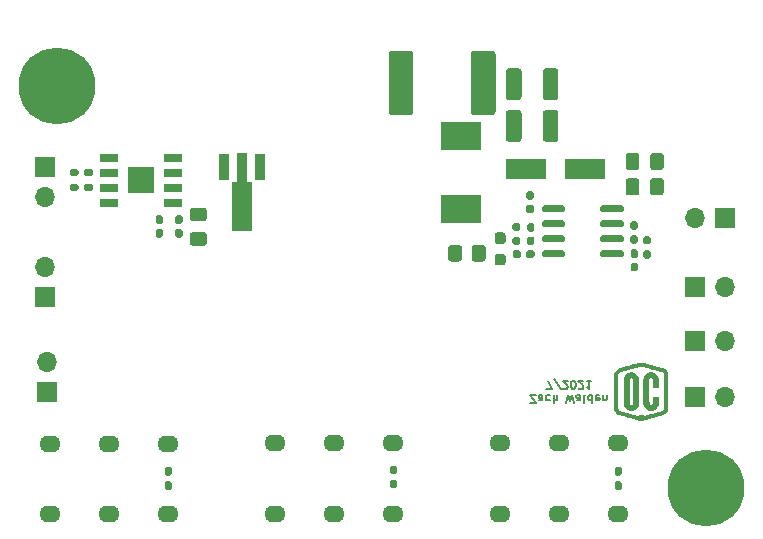
<source format=gbr>
%TF.GenerationSoftware,KiCad,Pcbnew,(5.1.7)-1*%
%TF.CreationDate,2021-07-14T13:30:58-05:00*%
%TF.ProjectId,PwmRgbLaserDriver Rev. B,50776d52-6762-44c6-9173-657244726976,rev?*%
%TF.SameCoordinates,Original*%
%TF.FileFunction,Soldermask,Bot*%
%TF.FilePolarity,Negative*%
%FSLAX46Y46*%
G04 Gerber Fmt 4.6, Leading zero omitted, Abs format (unit mm)*
G04 Created by KiCad (PCBNEW (5.1.7)-1) date 2021-07-14 13:30:58*
%MOMM*%
%LPD*%
G01*
G04 APERTURE LIST*
%ADD10C,0.150000*%
%ADD11C,0.010000*%
%ADD12O,1.700000X1.700000*%
%ADD13R,1.700000X1.700000*%
%ADD14O,1.800000X1.400000*%
%ADD15R,0.900000X2.300000*%
%ADD16C,0.100000*%
%ADD17R,3.400000X2.400000*%
%ADD18R,2.290000X2.290000*%
%ADD19R,1.525000X0.650000*%
%ADD20C,6.500000*%
%ADD21C,0.600000*%
%ADD22R,3.500000X1.800000*%
G04 APERTURE END LIST*
D10*
X250987333Y-50005333D02*
X251454000Y-50005333D01*
X250987333Y-49305333D01*
X251454000Y-49305333D01*
X252020666Y-49305333D02*
X252020666Y-49672000D01*
X251987333Y-49738666D01*
X251920666Y-49772000D01*
X251787333Y-49772000D01*
X251720666Y-49738666D01*
X252020666Y-49338666D02*
X251954000Y-49305333D01*
X251787333Y-49305333D01*
X251720666Y-49338666D01*
X251687333Y-49405333D01*
X251687333Y-49472000D01*
X251720666Y-49538666D01*
X251787333Y-49572000D01*
X251954000Y-49572000D01*
X252020666Y-49605333D01*
X252654000Y-49338666D02*
X252587333Y-49305333D01*
X252454000Y-49305333D01*
X252387333Y-49338666D01*
X252354000Y-49372000D01*
X252320666Y-49438666D01*
X252320666Y-49638666D01*
X252354000Y-49705333D01*
X252387333Y-49738666D01*
X252454000Y-49772000D01*
X252587333Y-49772000D01*
X252654000Y-49738666D01*
X252954000Y-49305333D02*
X252954000Y-50005333D01*
X253254000Y-49305333D02*
X253254000Y-49672000D01*
X253220666Y-49738666D01*
X253154000Y-49772000D01*
X253054000Y-49772000D01*
X252987333Y-49738666D01*
X252954000Y-49705333D01*
X254054000Y-50005333D02*
X254220666Y-49305333D01*
X254354000Y-49805333D01*
X254487333Y-49305333D01*
X254654000Y-50005333D01*
X255220666Y-49305333D02*
X255220666Y-49672000D01*
X255187333Y-49738666D01*
X255120666Y-49772000D01*
X254987333Y-49772000D01*
X254920666Y-49738666D01*
X255220666Y-49338666D02*
X255154000Y-49305333D01*
X254987333Y-49305333D01*
X254920666Y-49338666D01*
X254887333Y-49405333D01*
X254887333Y-49472000D01*
X254920666Y-49538666D01*
X254987333Y-49572000D01*
X255154000Y-49572000D01*
X255220666Y-49605333D01*
X255654000Y-49305333D02*
X255587333Y-49338666D01*
X255554000Y-49405333D01*
X255554000Y-50005333D01*
X256220666Y-49305333D02*
X256220666Y-50005333D01*
X256220666Y-49338666D02*
X256154000Y-49305333D01*
X256020666Y-49305333D01*
X255954000Y-49338666D01*
X255920666Y-49372000D01*
X255887333Y-49438666D01*
X255887333Y-49638666D01*
X255920666Y-49705333D01*
X255954000Y-49738666D01*
X256020666Y-49772000D01*
X256154000Y-49772000D01*
X256220666Y-49738666D01*
X256820666Y-49338666D02*
X256754000Y-49305333D01*
X256620666Y-49305333D01*
X256554000Y-49338666D01*
X256520666Y-49405333D01*
X256520666Y-49672000D01*
X256554000Y-49738666D01*
X256620666Y-49772000D01*
X256754000Y-49772000D01*
X256820666Y-49738666D01*
X256854000Y-49672000D01*
X256854000Y-49605333D01*
X256520666Y-49538666D01*
X257154000Y-49772000D02*
X257154000Y-49305333D01*
X257154000Y-49705333D02*
X257187333Y-49738666D01*
X257254000Y-49772000D01*
X257354000Y-49772000D01*
X257420666Y-49738666D01*
X257454000Y-49672000D01*
X257454000Y-49305333D01*
X252320666Y-48805333D02*
X252787333Y-48805333D01*
X252487333Y-48105333D01*
X253554000Y-48838666D02*
X252954000Y-47938666D01*
X253754000Y-48738666D02*
X253787333Y-48772000D01*
X253854000Y-48805333D01*
X254020666Y-48805333D01*
X254087333Y-48772000D01*
X254120666Y-48738666D01*
X254154000Y-48672000D01*
X254154000Y-48605333D01*
X254120666Y-48505333D01*
X253720666Y-48105333D01*
X254154000Y-48105333D01*
X254587333Y-48805333D02*
X254654000Y-48805333D01*
X254720666Y-48772000D01*
X254754000Y-48738666D01*
X254787333Y-48672000D01*
X254820666Y-48538666D01*
X254820666Y-48372000D01*
X254787333Y-48238666D01*
X254754000Y-48172000D01*
X254720666Y-48138666D01*
X254654000Y-48105333D01*
X254587333Y-48105333D01*
X254520666Y-48138666D01*
X254487333Y-48172000D01*
X254454000Y-48238666D01*
X254420666Y-48372000D01*
X254420666Y-48538666D01*
X254454000Y-48672000D01*
X254487333Y-48738666D01*
X254520666Y-48772000D01*
X254587333Y-48805333D01*
X255087333Y-48738666D02*
X255120666Y-48772000D01*
X255187333Y-48805333D01*
X255354000Y-48805333D01*
X255420666Y-48772000D01*
X255454000Y-48738666D01*
X255487333Y-48672000D01*
X255487333Y-48605333D01*
X255454000Y-48505333D01*
X255054000Y-48105333D01*
X255487333Y-48105333D01*
X256154000Y-48105333D02*
X255754000Y-48105333D01*
X255954000Y-48105333D02*
X255954000Y-48805333D01*
X255887333Y-48705333D01*
X255820666Y-48638666D01*
X255754000Y-48605333D01*
D11*
%TO.C,G\u002A\u002A\u002A*%
G36*
X260355053Y-51459425D02*
G01*
X260391594Y-51449451D01*
X260447919Y-51433531D01*
X260522048Y-51412240D01*
X260612003Y-51386153D01*
X260715803Y-51355845D01*
X260831471Y-51321893D01*
X260957025Y-51284871D01*
X261090488Y-51245354D01*
X261172806Y-51220904D01*
X261312747Y-51179471D01*
X261448055Y-51139758D01*
X261576481Y-51102405D01*
X261695774Y-51068048D01*
X261803685Y-51037328D01*
X261897963Y-51010881D01*
X261976359Y-50989348D01*
X262036623Y-50973365D01*
X262076505Y-50963572D01*
X262087890Y-50961232D01*
X262207174Y-50928828D01*
X262316435Y-50876120D01*
X262412673Y-50805289D01*
X262492890Y-50718515D01*
X262550921Y-50624531D01*
X262586439Y-50552195D01*
X262594238Y-50038000D01*
X262596190Y-49896007D01*
X262597908Y-49744247D01*
X262599393Y-49584631D01*
X262600647Y-49419072D01*
X262601671Y-49249480D01*
X262602465Y-49077767D01*
X262603033Y-48905844D01*
X262603374Y-48735624D01*
X262603491Y-48569018D01*
X262603385Y-48407938D01*
X262603056Y-48254294D01*
X262602507Y-48110000D01*
X262601739Y-47976965D01*
X262600753Y-47857102D01*
X262599551Y-47752323D01*
X262598133Y-47664539D01*
X262596502Y-47595662D01*
X262594658Y-47547602D01*
X262592603Y-47522273D01*
X262592446Y-47521374D01*
X262562195Y-47417271D01*
X262513599Y-47319764D01*
X262449694Y-47231673D01*
X262373522Y-47155815D01*
X262288119Y-47095009D01*
X262196525Y-47052073D01*
X262101778Y-47029826D01*
X262059776Y-47027318D01*
X262040660Y-47023944D01*
X261999823Y-47014250D01*
X261939349Y-46998801D01*
X261861321Y-46978164D01*
X261767825Y-46952902D01*
X261660942Y-46923582D01*
X261542759Y-46890768D01*
X261415357Y-46855027D01*
X261280822Y-46816923D01*
X261214293Y-46797951D01*
X261053253Y-46752000D01*
X260914182Y-46712509D01*
X260795260Y-46679008D01*
X260694665Y-46651029D01*
X260610575Y-46628101D01*
X260541168Y-46609755D01*
X260484623Y-46595521D01*
X260439119Y-46584930D01*
X260402832Y-46577513D01*
X260373943Y-46572798D01*
X260350628Y-46570318D01*
X260331067Y-46569603D01*
X260328469Y-46569618D01*
X260307910Y-46570738D01*
X260282200Y-46574019D01*
X260249530Y-46579932D01*
X260208093Y-46588945D01*
X260156082Y-46601531D01*
X260091688Y-46618158D01*
X260013104Y-46639298D01*
X259918523Y-46665419D01*
X259806136Y-46696993D01*
X259674136Y-46734490D01*
X259520716Y-46778380D01*
X259470293Y-46792849D01*
X259333772Y-46831832D01*
X259202051Y-46869030D01*
X259077434Y-46903819D01*
X258962222Y-46935576D01*
X258858719Y-46963677D01*
X258769225Y-46987498D01*
X258696044Y-47006415D01*
X258641477Y-47019806D01*
X258607828Y-47027045D01*
X258602976Y-47027818D01*
X258487369Y-47055545D01*
X258382132Y-47105174D01*
X258289055Y-47175359D01*
X258209927Y-47264755D01*
X258147288Y-47370443D01*
X258101171Y-47467024D01*
X258101171Y-50477853D01*
X258361366Y-50477853D01*
X258361366Y-47566146D01*
X258390514Y-47493887D01*
X258432510Y-47414133D01*
X258485925Y-47351980D01*
X258548216Y-47309531D01*
X258616840Y-47288894D01*
X258640147Y-47287234D01*
X258659198Y-47283746D01*
X258699974Y-47273895D01*
X258760405Y-47258248D01*
X258838424Y-47237371D01*
X258931963Y-47211832D01*
X259038954Y-47182198D01*
X259157329Y-47149036D01*
X259285019Y-47112913D01*
X259419958Y-47074396D01*
X259495073Y-47052811D01*
X259632362Y-47013338D01*
X259762953Y-46975924D01*
X259884849Y-46941132D01*
X259996053Y-46909525D01*
X260094570Y-46881669D01*
X260178401Y-46858126D01*
X260245550Y-46839460D01*
X260294020Y-46826235D01*
X260321815Y-46819014D01*
X260327630Y-46817801D01*
X260342893Y-46820959D01*
X260379892Y-46830495D01*
X260436579Y-46845835D01*
X260510905Y-46866402D01*
X260600822Y-46891621D01*
X260704282Y-46920917D01*
X260819236Y-46953714D01*
X260943636Y-46989436D01*
X261075433Y-47027508D01*
X261120606Y-47040607D01*
X261257478Y-47080121D01*
X261390033Y-47117980D01*
X261515902Y-47153532D01*
X261632716Y-47186127D01*
X261738107Y-47215115D01*
X261829706Y-47239846D01*
X261905146Y-47259670D01*
X261962057Y-47273936D01*
X261998071Y-47281993D01*
X262002837Y-47282849D01*
X262056770Y-47293059D01*
X262104998Y-47304531D01*
X262139542Y-47315287D01*
X262147108Y-47318611D01*
X262195349Y-47352535D01*
X262242264Y-47400556D01*
X262278793Y-47453227D01*
X262281923Y-47459163D01*
X262290524Y-47476351D01*
X262298209Y-47493114D01*
X262305028Y-47510876D01*
X262311034Y-47531061D01*
X262316278Y-47555094D01*
X262320812Y-47584398D01*
X262324687Y-47620397D01*
X262327956Y-47664516D01*
X262330669Y-47718179D01*
X262332878Y-47782810D01*
X262334636Y-47859833D01*
X262335994Y-47950672D01*
X262337003Y-48056752D01*
X262337716Y-48179495D01*
X262338183Y-48320327D01*
X262338457Y-48480672D01*
X262338589Y-48661953D01*
X262338631Y-48865595D01*
X262338634Y-49022000D01*
X262338657Y-49241965D01*
X262338671Y-49438562D01*
X262338601Y-49613203D01*
X262338367Y-49767298D01*
X262337892Y-49902261D01*
X262337098Y-50019503D01*
X262335907Y-50120435D01*
X262334242Y-50206470D01*
X262332024Y-50279020D01*
X262329176Y-50339495D01*
X262325619Y-50389309D01*
X262321277Y-50429874D01*
X262316071Y-50462600D01*
X262309923Y-50488900D01*
X262302756Y-50510185D01*
X262294491Y-50527868D01*
X262285051Y-50543361D01*
X262274357Y-50558074D01*
X262262333Y-50573421D01*
X262252385Y-50586209D01*
X262197351Y-50640203D01*
X262126583Y-50682675D01*
X262048095Y-50709182D01*
X262022683Y-50713564D01*
X262000741Y-50718258D01*
X261957300Y-50729206D01*
X261894669Y-50745773D01*
X261815152Y-50767327D01*
X261721056Y-50793232D01*
X261614688Y-50822855D01*
X261498354Y-50855560D01*
X261374360Y-50890715D01*
X261267987Y-50921096D01*
X261121368Y-50963076D01*
X260996734Y-50998641D01*
X260892258Y-51028242D01*
X260806116Y-51052331D01*
X260736482Y-51071358D01*
X260681531Y-51085776D01*
X260639436Y-51096036D01*
X260608373Y-51102590D01*
X260586516Y-51105888D01*
X260572038Y-51106382D01*
X260563116Y-51104525D01*
X260557923Y-51100766D01*
X260555548Y-51097280D01*
X260510707Y-51039184D01*
X260454004Y-50998612D01*
X260389975Y-50975846D01*
X260323160Y-50971170D01*
X260258097Y-50984863D01*
X260199322Y-51017210D01*
X260151375Y-51068491D01*
X260149047Y-51072014D01*
X260128257Y-51099226D01*
X260110414Y-51114562D01*
X260106259Y-51115798D01*
X260092003Y-51112565D01*
X260056026Y-51103201D01*
X260000456Y-51088289D01*
X259927424Y-51068415D01*
X259839060Y-51044163D01*
X259737496Y-51016117D01*
X259624861Y-50984862D01*
X259503286Y-50950983D01*
X259384331Y-50917707D01*
X259255690Y-50881812D01*
X259133455Y-50848006D01*
X259019835Y-50816879D01*
X258917034Y-50789021D01*
X258827260Y-50765022D01*
X258752718Y-50745473D01*
X258695615Y-50730963D01*
X258658157Y-50722084D01*
X258643049Y-50719394D01*
X258566963Y-50707360D01*
X258497648Y-50673198D01*
X258438580Y-50619343D01*
X258393236Y-50548229D01*
X258390725Y-50542799D01*
X258361366Y-50477853D01*
X258101171Y-50477853D01*
X258101171Y-50541092D01*
X258149803Y-50639570D01*
X258209613Y-50737963D01*
X258283317Y-50821725D01*
X258367737Y-50888434D01*
X258459694Y-50935669D01*
X258556012Y-50961007D01*
X258574350Y-50963128D01*
X258598161Y-50967701D01*
X258643603Y-50978770D01*
X258708559Y-50995745D01*
X258790915Y-51018037D01*
X258888555Y-51045059D01*
X258999363Y-51076220D01*
X259121224Y-51110932D01*
X259252022Y-51148606D01*
X259389641Y-51188653D01*
X259483899Y-51216310D01*
X259623206Y-51257243D01*
X259755790Y-51296053D01*
X259879701Y-51332176D01*
X259992986Y-51365051D01*
X260093694Y-51394115D01*
X260179873Y-51418808D01*
X260249572Y-51438567D01*
X260300838Y-51452830D01*
X260331721Y-51461036D01*
X260340275Y-51462878D01*
X260355053Y-51459425D01*
G37*
X260355053Y-51459425D02*
X260391594Y-51449451D01*
X260447919Y-51433531D01*
X260522048Y-51412240D01*
X260612003Y-51386153D01*
X260715803Y-51355845D01*
X260831471Y-51321893D01*
X260957025Y-51284871D01*
X261090488Y-51245354D01*
X261172806Y-51220904D01*
X261312747Y-51179471D01*
X261448055Y-51139758D01*
X261576481Y-51102405D01*
X261695774Y-51068048D01*
X261803685Y-51037328D01*
X261897963Y-51010881D01*
X261976359Y-50989348D01*
X262036623Y-50973365D01*
X262076505Y-50963572D01*
X262087890Y-50961232D01*
X262207174Y-50928828D01*
X262316435Y-50876120D01*
X262412673Y-50805289D01*
X262492890Y-50718515D01*
X262550921Y-50624531D01*
X262586439Y-50552195D01*
X262594238Y-50038000D01*
X262596190Y-49896007D01*
X262597908Y-49744247D01*
X262599393Y-49584631D01*
X262600647Y-49419072D01*
X262601671Y-49249480D01*
X262602465Y-49077767D01*
X262603033Y-48905844D01*
X262603374Y-48735624D01*
X262603491Y-48569018D01*
X262603385Y-48407938D01*
X262603056Y-48254294D01*
X262602507Y-48110000D01*
X262601739Y-47976965D01*
X262600753Y-47857102D01*
X262599551Y-47752323D01*
X262598133Y-47664539D01*
X262596502Y-47595662D01*
X262594658Y-47547602D01*
X262592603Y-47522273D01*
X262592446Y-47521374D01*
X262562195Y-47417271D01*
X262513599Y-47319764D01*
X262449694Y-47231673D01*
X262373522Y-47155815D01*
X262288119Y-47095009D01*
X262196525Y-47052073D01*
X262101778Y-47029826D01*
X262059776Y-47027318D01*
X262040660Y-47023944D01*
X261999823Y-47014250D01*
X261939349Y-46998801D01*
X261861321Y-46978164D01*
X261767825Y-46952902D01*
X261660942Y-46923582D01*
X261542759Y-46890768D01*
X261415357Y-46855027D01*
X261280822Y-46816923D01*
X261214293Y-46797951D01*
X261053253Y-46752000D01*
X260914182Y-46712509D01*
X260795260Y-46679008D01*
X260694665Y-46651029D01*
X260610575Y-46628101D01*
X260541168Y-46609755D01*
X260484623Y-46595521D01*
X260439119Y-46584930D01*
X260402832Y-46577513D01*
X260373943Y-46572798D01*
X260350628Y-46570318D01*
X260331067Y-46569603D01*
X260328469Y-46569618D01*
X260307910Y-46570738D01*
X260282200Y-46574019D01*
X260249530Y-46579932D01*
X260208093Y-46588945D01*
X260156082Y-46601531D01*
X260091688Y-46618158D01*
X260013104Y-46639298D01*
X259918523Y-46665419D01*
X259806136Y-46696993D01*
X259674136Y-46734490D01*
X259520716Y-46778380D01*
X259470293Y-46792849D01*
X259333772Y-46831832D01*
X259202051Y-46869030D01*
X259077434Y-46903819D01*
X258962222Y-46935576D01*
X258858719Y-46963677D01*
X258769225Y-46987498D01*
X258696044Y-47006415D01*
X258641477Y-47019806D01*
X258607828Y-47027045D01*
X258602976Y-47027818D01*
X258487369Y-47055545D01*
X258382132Y-47105174D01*
X258289055Y-47175359D01*
X258209927Y-47264755D01*
X258147288Y-47370443D01*
X258101171Y-47467024D01*
X258101171Y-50477853D01*
X258361366Y-50477853D01*
X258361366Y-47566146D01*
X258390514Y-47493887D01*
X258432510Y-47414133D01*
X258485925Y-47351980D01*
X258548216Y-47309531D01*
X258616840Y-47288894D01*
X258640147Y-47287234D01*
X258659198Y-47283746D01*
X258699974Y-47273895D01*
X258760405Y-47258248D01*
X258838424Y-47237371D01*
X258931963Y-47211832D01*
X259038954Y-47182198D01*
X259157329Y-47149036D01*
X259285019Y-47112913D01*
X259419958Y-47074396D01*
X259495073Y-47052811D01*
X259632362Y-47013338D01*
X259762953Y-46975924D01*
X259884849Y-46941132D01*
X259996053Y-46909525D01*
X260094570Y-46881669D01*
X260178401Y-46858126D01*
X260245550Y-46839460D01*
X260294020Y-46826235D01*
X260321815Y-46819014D01*
X260327630Y-46817801D01*
X260342893Y-46820959D01*
X260379892Y-46830495D01*
X260436579Y-46845835D01*
X260510905Y-46866402D01*
X260600822Y-46891621D01*
X260704282Y-46920917D01*
X260819236Y-46953714D01*
X260943636Y-46989436D01*
X261075433Y-47027508D01*
X261120606Y-47040607D01*
X261257478Y-47080121D01*
X261390033Y-47117980D01*
X261515902Y-47153532D01*
X261632716Y-47186127D01*
X261738107Y-47215115D01*
X261829706Y-47239846D01*
X261905146Y-47259670D01*
X261962057Y-47273936D01*
X261998071Y-47281993D01*
X262002837Y-47282849D01*
X262056770Y-47293059D01*
X262104998Y-47304531D01*
X262139542Y-47315287D01*
X262147108Y-47318611D01*
X262195349Y-47352535D01*
X262242264Y-47400556D01*
X262278793Y-47453227D01*
X262281923Y-47459163D01*
X262290524Y-47476351D01*
X262298209Y-47493114D01*
X262305028Y-47510876D01*
X262311034Y-47531061D01*
X262316278Y-47555094D01*
X262320812Y-47584398D01*
X262324687Y-47620397D01*
X262327956Y-47664516D01*
X262330669Y-47718179D01*
X262332878Y-47782810D01*
X262334636Y-47859833D01*
X262335994Y-47950672D01*
X262337003Y-48056752D01*
X262337716Y-48179495D01*
X262338183Y-48320327D01*
X262338457Y-48480672D01*
X262338589Y-48661953D01*
X262338631Y-48865595D01*
X262338634Y-49022000D01*
X262338657Y-49241965D01*
X262338671Y-49438562D01*
X262338601Y-49613203D01*
X262338367Y-49767298D01*
X262337892Y-49902261D01*
X262337098Y-50019503D01*
X262335907Y-50120435D01*
X262334242Y-50206470D01*
X262332024Y-50279020D01*
X262329176Y-50339495D01*
X262325619Y-50389309D01*
X262321277Y-50429874D01*
X262316071Y-50462600D01*
X262309923Y-50488900D01*
X262302756Y-50510185D01*
X262294491Y-50527868D01*
X262285051Y-50543361D01*
X262274357Y-50558074D01*
X262262333Y-50573421D01*
X262252385Y-50586209D01*
X262197351Y-50640203D01*
X262126583Y-50682675D01*
X262048095Y-50709182D01*
X262022683Y-50713564D01*
X262000741Y-50718258D01*
X261957300Y-50729206D01*
X261894669Y-50745773D01*
X261815152Y-50767327D01*
X261721056Y-50793232D01*
X261614688Y-50822855D01*
X261498354Y-50855560D01*
X261374360Y-50890715D01*
X261267987Y-50921096D01*
X261121368Y-50963076D01*
X260996734Y-50998641D01*
X260892258Y-51028242D01*
X260806116Y-51052331D01*
X260736482Y-51071358D01*
X260681531Y-51085776D01*
X260639436Y-51096036D01*
X260608373Y-51102590D01*
X260586516Y-51105888D01*
X260572038Y-51106382D01*
X260563116Y-51104525D01*
X260557923Y-51100766D01*
X260555548Y-51097280D01*
X260510707Y-51039184D01*
X260454004Y-50998612D01*
X260389975Y-50975846D01*
X260323160Y-50971170D01*
X260258097Y-50984863D01*
X260199322Y-51017210D01*
X260151375Y-51068491D01*
X260149047Y-51072014D01*
X260128257Y-51099226D01*
X260110414Y-51114562D01*
X260106259Y-51115798D01*
X260092003Y-51112565D01*
X260056026Y-51103201D01*
X260000456Y-51088289D01*
X259927424Y-51068415D01*
X259839060Y-51044163D01*
X259737496Y-51016117D01*
X259624861Y-50984862D01*
X259503286Y-50950983D01*
X259384331Y-50917707D01*
X259255690Y-50881812D01*
X259133455Y-50848006D01*
X259019835Y-50816879D01*
X258917034Y-50789021D01*
X258827260Y-50765022D01*
X258752718Y-50745473D01*
X258695615Y-50730963D01*
X258658157Y-50722084D01*
X258643049Y-50719394D01*
X258566963Y-50707360D01*
X258497648Y-50673198D01*
X258438580Y-50619343D01*
X258393236Y-50548229D01*
X258390725Y-50542799D01*
X258361366Y-50477853D01*
X258101171Y-50477853D01*
X258101171Y-50541092D01*
X258149803Y-50639570D01*
X258209613Y-50737963D01*
X258283317Y-50821725D01*
X258367737Y-50888434D01*
X258459694Y-50935669D01*
X258556012Y-50961007D01*
X258574350Y-50963128D01*
X258598161Y-50967701D01*
X258643603Y-50978770D01*
X258708559Y-50995745D01*
X258790915Y-51018037D01*
X258888555Y-51045059D01*
X258999363Y-51076220D01*
X259121224Y-51110932D01*
X259252022Y-51148606D01*
X259389641Y-51188653D01*
X259483899Y-51216310D01*
X259623206Y-51257243D01*
X259755790Y-51296053D01*
X259879701Y-51332176D01*
X259992986Y-51365051D01*
X260093694Y-51394115D01*
X260179873Y-51418808D01*
X260249572Y-51438567D01*
X260300838Y-51452830D01*
X260331721Y-51461036D01*
X260340275Y-51462878D01*
X260355053Y-51459425D01*
G36*
X259586362Y-50600537D02*
G01*
X259705909Y-50575015D01*
X259802242Y-50536702D01*
X259887895Y-50482518D01*
X259966153Y-50408921D01*
X260033344Y-50321001D01*
X260085791Y-50223844D01*
X260119821Y-50122540D01*
X260126620Y-50087561D01*
X260128895Y-50060384D01*
X260130949Y-50010978D01*
X260132781Y-49941638D01*
X260134392Y-49854659D01*
X260135782Y-49752337D01*
X260136951Y-49636969D01*
X260137898Y-49510849D01*
X260138623Y-49376274D01*
X260139126Y-49235539D01*
X260139408Y-49090939D01*
X260139467Y-48944772D01*
X260139305Y-48799332D01*
X260138920Y-48656915D01*
X260138313Y-48519817D01*
X260137484Y-48390334D01*
X260136432Y-48270761D01*
X260135157Y-48163395D01*
X260133660Y-48070530D01*
X260131940Y-47994463D01*
X260129997Y-47937489D01*
X260127831Y-47901904D01*
X260126719Y-47893135D01*
X260093113Y-47779006D01*
X260039227Y-47676270D01*
X259967620Y-47586714D01*
X259880856Y-47512125D01*
X259781495Y-47454287D01*
X259672098Y-47414988D01*
X259555227Y-47396014D01*
X259433444Y-47399151D01*
X259420732Y-47400800D01*
X259310779Y-47428245D01*
X259207401Y-47477303D01*
X259113876Y-47545026D01*
X259033483Y-47628465D01*
X258969502Y-47724675D01*
X258925211Y-47830706D01*
X258919335Y-47851555D01*
X258915933Y-47867287D01*
X258912952Y-47887739D01*
X258910367Y-47914510D01*
X258908149Y-47949200D01*
X258906274Y-47993408D01*
X258904713Y-48048733D01*
X258903440Y-48116774D01*
X258902428Y-48199132D01*
X258901651Y-48297406D01*
X258901082Y-48413194D01*
X258900694Y-48548097D01*
X258900461Y-48703713D01*
X258900398Y-48809917D01*
X259333987Y-48809917D01*
X259334006Y-48645174D01*
X259334149Y-48501991D01*
X259334507Y-48378758D01*
X259335168Y-48273862D01*
X259336226Y-48185696D01*
X259337768Y-48112646D01*
X259339887Y-48053105D01*
X259342672Y-48005460D01*
X259346215Y-47968101D01*
X259350605Y-47939419D01*
X259355934Y-47917802D01*
X259362291Y-47901640D01*
X259369767Y-47889323D01*
X259378453Y-47879241D01*
X259388439Y-47869782D01*
X259397878Y-47861159D01*
X259450306Y-47826844D01*
X259509148Y-47812160D01*
X259567919Y-47817682D01*
X259617138Y-47841687D01*
X259647722Y-47869237D01*
X259673966Y-47899259D01*
X259678451Y-47905626D01*
X259682378Y-47912997D01*
X259685783Y-47922964D01*
X259688705Y-47937123D01*
X259691179Y-47957067D01*
X259693244Y-47984392D01*
X259694936Y-48020690D01*
X259696292Y-48067557D01*
X259697350Y-48126586D01*
X259698147Y-48199372D01*
X259698719Y-48287509D01*
X259699104Y-48392591D01*
X259699338Y-48516213D01*
X259699460Y-48659968D01*
X259699506Y-48825451D01*
X259699512Y-48997219D01*
X259699505Y-49183955D01*
X259699458Y-49347505D01*
X259699333Y-49489465D01*
X259699094Y-49611430D01*
X259698701Y-49714995D01*
X259698118Y-49801755D01*
X259697308Y-49873306D01*
X259696231Y-49931241D01*
X259694852Y-49977157D01*
X259693132Y-50012649D01*
X259691033Y-50039311D01*
X259688518Y-50058739D01*
X259685549Y-50072528D01*
X259682089Y-50082273D01*
X259678100Y-50089568D01*
X259673593Y-50095945D01*
X259645354Y-50126825D01*
X259610217Y-50156532D01*
X259605446Y-50159909D01*
X259553113Y-50181955D01*
X259495872Y-50183622D01*
X259439763Y-50166762D01*
X259390824Y-50133228D01*
X259355097Y-50084872D01*
X259354113Y-50082835D01*
X259350516Y-50073403D01*
X259347370Y-50060194D01*
X259344645Y-50041610D01*
X259342312Y-50016053D01*
X259340341Y-49981922D01*
X259338702Y-49937621D01*
X259337366Y-49881549D01*
X259336303Y-49812110D01*
X259335483Y-49727704D01*
X259334878Y-49626732D01*
X259334456Y-49507597D01*
X259334189Y-49368699D01*
X259334048Y-49208441D01*
X259334001Y-49025222D01*
X259334000Y-48997829D01*
X259333987Y-48809917D01*
X258900398Y-48809917D01*
X258900355Y-48881643D01*
X258900342Y-48988084D01*
X258900349Y-49184292D01*
X258900439Y-49357362D01*
X258900714Y-49508934D01*
X258901279Y-49640651D01*
X258902236Y-49754154D01*
X258903689Y-49851085D01*
X258905739Y-49933085D01*
X258908492Y-50001796D01*
X258912048Y-50058861D01*
X258916513Y-50105919D01*
X258921989Y-50144614D01*
X258928578Y-50176586D01*
X258936384Y-50203478D01*
X258945511Y-50226931D01*
X258956061Y-50248586D01*
X258968138Y-50270086D01*
X258981844Y-50293072D01*
X258982365Y-50293941D01*
X259056957Y-50396043D01*
X259145335Y-50478738D01*
X259244982Y-50541280D01*
X259353381Y-50582924D01*
X259468013Y-50602925D01*
X259586362Y-50600537D01*
G37*
X259586362Y-50600537D02*
X259705909Y-50575015D01*
X259802242Y-50536702D01*
X259887895Y-50482518D01*
X259966153Y-50408921D01*
X260033344Y-50321001D01*
X260085791Y-50223844D01*
X260119821Y-50122540D01*
X260126620Y-50087561D01*
X260128895Y-50060384D01*
X260130949Y-50010978D01*
X260132781Y-49941638D01*
X260134392Y-49854659D01*
X260135782Y-49752337D01*
X260136951Y-49636969D01*
X260137898Y-49510849D01*
X260138623Y-49376274D01*
X260139126Y-49235539D01*
X260139408Y-49090939D01*
X260139467Y-48944772D01*
X260139305Y-48799332D01*
X260138920Y-48656915D01*
X260138313Y-48519817D01*
X260137484Y-48390334D01*
X260136432Y-48270761D01*
X260135157Y-48163395D01*
X260133660Y-48070530D01*
X260131940Y-47994463D01*
X260129997Y-47937489D01*
X260127831Y-47901904D01*
X260126719Y-47893135D01*
X260093113Y-47779006D01*
X260039227Y-47676270D01*
X259967620Y-47586714D01*
X259880856Y-47512125D01*
X259781495Y-47454287D01*
X259672098Y-47414988D01*
X259555227Y-47396014D01*
X259433444Y-47399151D01*
X259420732Y-47400800D01*
X259310779Y-47428245D01*
X259207401Y-47477303D01*
X259113876Y-47545026D01*
X259033483Y-47628465D01*
X258969502Y-47724675D01*
X258925211Y-47830706D01*
X258919335Y-47851555D01*
X258915933Y-47867287D01*
X258912952Y-47887739D01*
X258910367Y-47914510D01*
X258908149Y-47949200D01*
X258906274Y-47993408D01*
X258904713Y-48048733D01*
X258903440Y-48116774D01*
X258902428Y-48199132D01*
X258901651Y-48297406D01*
X258901082Y-48413194D01*
X258900694Y-48548097D01*
X258900461Y-48703713D01*
X258900398Y-48809917D01*
X259333987Y-48809917D01*
X259334006Y-48645174D01*
X259334149Y-48501991D01*
X259334507Y-48378758D01*
X259335168Y-48273862D01*
X259336226Y-48185696D01*
X259337768Y-48112646D01*
X259339887Y-48053105D01*
X259342672Y-48005460D01*
X259346215Y-47968101D01*
X259350605Y-47939419D01*
X259355934Y-47917802D01*
X259362291Y-47901640D01*
X259369767Y-47889323D01*
X259378453Y-47879241D01*
X259388439Y-47869782D01*
X259397878Y-47861159D01*
X259450306Y-47826844D01*
X259509148Y-47812160D01*
X259567919Y-47817682D01*
X259617138Y-47841687D01*
X259647722Y-47869237D01*
X259673966Y-47899259D01*
X259678451Y-47905626D01*
X259682378Y-47912997D01*
X259685783Y-47922964D01*
X259688705Y-47937123D01*
X259691179Y-47957067D01*
X259693244Y-47984392D01*
X259694936Y-48020690D01*
X259696292Y-48067557D01*
X259697350Y-48126586D01*
X259698147Y-48199372D01*
X259698719Y-48287509D01*
X259699104Y-48392591D01*
X259699338Y-48516213D01*
X259699460Y-48659968D01*
X259699506Y-48825451D01*
X259699512Y-48997219D01*
X259699505Y-49183955D01*
X259699458Y-49347505D01*
X259699333Y-49489465D01*
X259699094Y-49611430D01*
X259698701Y-49714995D01*
X259698118Y-49801755D01*
X259697308Y-49873306D01*
X259696231Y-49931241D01*
X259694852Y-49977157D01*
X259693132Y-50012649D01*
X259691033Y-50039311D01*
X259688518Y-50058739D01*
X259685549Y-50072528D01*
X259682089Y-50082273D01*
X259678100Y-50089568D01*
X259673593Y-50095945D01*
X259645354Y-50126825D01*
X259610217Y-50156532D01*
X259605446Y-50159909D01*
X259553113Y-50181955D01*
X259495872Y-50183622D01*
X259439763Y-50166762D01*
X259390824Y-50133228D01*
X259355097Y-50084872D01*
X259354113Y-50082835D01*
X259350516Y-50073403D01*
X259347370Y-50060194D01*
X259344645Y-50041610D01*
X259342312Y-50016053D01*
X259340341Y-49981922D01*
X259338702Y-49937621D01*
X259337366Y-49881549D01*
X259336303Y-49812110D01*
X259335483Y-49727704D01*
X259334878Y-49626732D01*
X259334456Y-49507597D01*
X259334189Y-49368699D01*
X259334048Y-49208441D01*
X259334001Y-49025222D01*
X259334000Y-48997829D01*
X259333987Y-48809917D01*
X258900398Y-48809917D01*
X258900355Y-48881643D01*
X258900342Y-48988084D01*
X258900349Y-49184292D01*
X258900439Y-49357362D01*
X258900714Y-49508934D01*
X258901279Y-49640651D01*
X258902236Y-49754154D01*
X258903689Y-49851085D01*
X258905739Y-49933085D01*
X258908492Y-50001796D01*
X258912048Y-50058861D01*
X258916513Y-50105919D01*
X258921989Y-50144614D01*
X258928578Y-50176586D01*
X258936384Y-50203478D01*
X258945511Y-50226931D01*
X258956061Y-50248586D01*
X258968138Y-50270086D01*
X258981844Y-50293072D01*
X258982365Y-50293941D01*
X259056957Y-50396043D01*
X259145335Y-50478738D01*
X259244982Y-50541280D01*
X259353381Y-50582924D01*
X259468013Y-50602925D01*
X259586362Y-50600537D01*
G36*
X261306537Y-50594300D02*
G01*
X261406182Y-50562453D01*
X261503117Y-50510899D01*
X261592013Y-50443739D01*
X261667540Y-50365069D01*
X261724369Y-50278988D01*
X261729260Y-50269221D01*
X261750670Y-50220944D01*
X261767395Y-50172260D01*
X261779967Y-50119272D01*
X261788919Y-50058086D01*
X261794783Y-49984808D01*
X261798091Y-49895540D01*
X261799376Y-49786390D01*
X261799444Y-49755836D01*
X261799659Y-49479867D01*
X261582700Y-49483250D01*
X261365742Y-49486634D01*
X261362773Y-49773820D01*
X261361609Y-49871418D01*
X261359812Y-49947610D01*
X261356535Y-50005771D01*
X261350929Y-50049274D01*
X261342148Y-50081494D01*
X261329342Y-50105804D01*
X261311664Y-50125579D01*
X261288265Y-50144192D01*
X261265739Y-50159909D01*
X261213406Y-50181955D01*
X261156165Y-50183622D01*
X261100055Y-50166762D01*
X261051117Y-50133228D01*
X261015390Y-50084872D01*
X261014406Y-50082835D01*
X261010815Y-50073418D01*
X261007673Y-50060228D01*
X261004952Y-50041668D01*
X261002620Y-50016143D01*
X261000650Y-49982058D01*
X260999011Y-49937817D01*
X260997674Y-49881825D01*
X260996609Y-49812486D01*
X260995788Y-49728204D01*
X260995180Y-49627385D01*
X260994756Y-49508433D01*
X260994487Y-49369751D01*
X260994342Y-49209746D01*
X260994294Y-49026821D01*
X260994293Y-48994081D01*
X260994293Y-47947713D01*
X261022171Y-47906752D01*
X261065481Y-47855888D01*
X261113098Y-47826961D01*
X261169729Y-47817130D01*
X261170803Y-47817112D01*
X261237504Y-47827427D01*
X261293896Y-47859094D01*
X261334586Y-47907316D01*
X261342076Y-47921519D01*
X261347984Y-47937719D01*
X261352539Y-47958990D01*
X261355973Y-47988404D01*
X261358515Y-48029034D01*
X261360398Y-48083953D01*
X261361851Y-48156234D01*
X261363105Y-48248949D01*
X261363621Y-48294073D01*
X261367436Y-48637902D01*
X261799659Y-48637902D01*
X261799659Y-48305057D01*
X261799230Y-48213123D01*
X261798022Y-48126229D01*
X261796154Y-48048405D01*
X261793743Y-47983679D01*
X261790908Y-47936083D01*
X261788098Y-47911250D01*
X261753084Y-47789168D01*
X261697488Y-47679447D01*
X261622869Y-47584009D01*
X261530788Y-47504782D01*
X261422805Y-47443689D01*
X261402060Y-47434872D01*
X261334870Y-47415694D01*
X261252653Y-47404344D01*
X261163962Y-47401029D01*
X261077348Y-47405953D01*
X261001364Y-47419322D01*
X260982552Y-47424804D01*
X260876083Y-47472033D01*
X260778722Y-47539794D01*
X260695064Y-47624252D01*
X260631860Y-47717563D01*
X260619843Y-47739665D01*
X260609259Y-47760159D01*
X260600017Y-47780689D01*
X260592027Y-47802899D01*
X260585198Y-47828432D01*
X260579438Y-47858932D01*
X260574656Y-47896043D01*
X260570762Y-47941407D01*
X260567664Y-47996668D01*
X260565272Y-48063470D01*
X260563495Y-48143457D01*
X260562240Y-48238271D01*
X260561418Y-48349557D01*
X260560938Y-48478958D01*
X260560708Y-48628117D01*
X260560637Y-48798678D01*
X260560634Y-48992285D01*
X260560634Y-49003769D01*
X260560675Y-49194748D01*
X260560813Y-49362546D01*
X260561078Y-49508760D01*
X260561496Y-49634987D01*
X260562096Y-49742827D01*
X260562904Y-49833878D01*
X260563948Y-49909737D01*
X260565257Y-49972002D01*
X260566857Y-50022273D01*
X260568775Y-50062147D01*
X260571041Y-50093222D01*
X260573680Y-50117096D01*
X260576721Y-50135368D01*
X260580191Y-50149636D01*
X260580402Y-50150361D01*
X260626247Y-50265762D01*
X260690459Y-50367023D01*
X260770515Y-50452602D01*
X260863893Y-50520958D01*
X260968070Y-50570548D01*
X261080527Y-50599832D01*
X261198739Y-50607266D01*
X261306537Y-50594300D01*
G37*
X261306537Y-50594300D02*
X261406182Y-50562453D01*
X261503117Y-50510899D01*
X261592013Y-50443739D01*
X261667540Y-50365069D01*
X261724369Y-50278988D01*
X261729260Y-50269221D01*
X261750670Y-50220944D01*
X261767395Y-50172260D01*
X261779967Y-50119272D01*
X261788919Y-50058086D01*
X261794783Y-49984808D01*
X261798091Y-49895540D01*
X261799376Y-49786390D01*
X261799444Y-49755836D01*
X261799659Y-49479867D01*
X261582700Y-49483250D01*
X261365742Y-49486634D01*
X261362773Y-49773820D01*
X261361609Y-49871418D01*
X261359812Y-49947610D01*
X261356535Y-50005771D01*
X261350929Y-50049274D01*
X261342148Y-50081494D01*
X261329342Y-50105804D01*
X261311664Y-50125579D01*
X261288265Y-50144192D01*
X261265739Y-50159909D01*
X261213406Y-50181955D01*
X261156165Y-50183622D01*
X261100055Y-50166762D01*
X261051117Y-50133228D01*
X261015390Y-50084872D01*
X261014406Y-50082835D01*
X261010815Y-50073418D01*
X261007673Y-50060228D01*
X261004952Y-50041668D01*
X261002620Y-50016143D01*
X261000650Y-49982058D01*
X260999011Y-49937817D01*
X260997674Y-49881825D01*
X260996609Y-49812486D01*
X260995788Y-49728204D01*
X260995180Y-49627385D01*
X260994756Y-49508433D01*
X260994487Y-49369751D01*
X260994342Y-49209746D01*
X260994294Y-49026821D01*
X260994293Y-48994081D01*
X260994293Y-47947713D01*
X261022171Y-47906752D01*
X261065481Y-47855888D01*
X261113098Y-47826961D01*
X261169729Y-47817130D01*
X261170803Y-47817112D01*
X261237504Y-47827427D01*
X261293896Y-47859094D01*
X261334586Y-47907316D01*
X261342076Y-47921519D01*
X261347984Y-47937719D01*
X261352539Y-47958990D01*
X261355973Y-47988404D01*
X261358515Y-48029034D01*
X261360398Y-48083953D01*
X261361851Y-48156234D01*
X261363105Y-48248949D01*
X261363621Y-48294073D01*
X261367436Y-48637902D01*
X261799659Y-48637902D01*
X261799659Y-48305057D01*
X261799230Y-48213123D01*
X261798022Y-48126229D01*
X261796154Y-48048405D01*
X261793743Y-47983679D01*
X261790908Y-47936083D01*
X261788098Y-47911250D01*
X261753084Y-47789168D01*
X261697488Y-47679447D01*
X261622869Y-47584009D01*
X261530788Y-47504782D01*
X261422805Y-47443689D01*
X261402060Y-47434872D01*
X261334870Y-47415694D01*
X261252653Y-47404344D01*
X261163962Y-47401029D01*
X261077348Y-47405953D01*
X261001364Y-47419322D01*
X260982552Y-47424804D01*
X260876083Y-47472033D01*
X260778722Y-47539794D01*
X260695064Y-47624252D01*
X260631860Y-47717563D01*
X260619843Y-47739665D01*
X260609259Y-47760159D01*
X260600017Y-47780689D01*
X260592027Y-47802899D01*
X260585198Y-47828432D01*
X260579438Y-47858932D01*
X260574656Y-47896043D01*
X260570762Y-47941407D01*
X260567664Y-47996668D01*
X260565272Y-48063470D01*
X260563495Y-48143457D01*
X260562240Y-48238271D01*
X260561418Y-48349557D01*
X260560938Y-48478958D01*
X260560708Y-48628117D01*
X260560637Y-48798678D01*
X260560634Y-48992285D01*
X260560634Y-49003769D01*
X260560675Y-49194748D01*
X260560813Y-49362546D01*
X260561078Y-49508760D01*
X260561496Y-49634987D01*
X260562096Y-49742827D01*
X260562904Y-49833878D01*
X260563948Y-49909737D01*
X260565257Y-49972002D01*
X260566857Y-50022273D01*
X260568775Y-50062147D01*
X260571041Y-50093222D01*
X260573680Y-50117096D01*
X260576721Y-50135368D01*
X260580191Y-50149636D01*
X260580402Y-50150361D01*
X260626247Y-50265762D01*
X260690459Y-50367023D01*
X260770515Y-50452602D01*
X260863893Y-50520958D01*
X260968070Y-50570548D01*
X261080527Y-50599832D01*
X261198739Y-50607266D01*
X261306537Y-50594300D01*
%TD*%
D12*
%TO.C,J6*%
X210094000Y-46502000D03*
D13*
X210094000Y-49042000D03*
%TD*%
D12*
%TO.C,J4*%
X209917000Y-38449000D03*
D13*
X209917000Y-40989000D03*
%TD*%
D12*
%TO.C,J1*%
X209931000Y-32512000D03*
D13*
X209931000Y-29972000D03*
%TD*%
D12*
%TO.C,J7*%
X267514000Y-49450000D03*
D13*
X264974000Y-49450000D03*
%TD*%
D12*
%TO.C,J5*%
X267487000Y-44743000D03*
D13*
X264947000Y-44743000D03*
%TD*%
D12*
%TO.C,J3*%
X267487000Y-40198000D03*
D13*
X264947000Y-40198000D03*
%TD*%
%TO.C,J2*%
X267462000Y-34290000D03*
D12*
X264922000Y-34290000D03*
%TD*%
D14*
%TO.C,RV1*%
X210324000Y-53425000D03*
X215324000Y-53425000D03*
X220324000Y-53425000D03*
X220324000Y-59425000D03*
X215324000Y-59425000D03*
X210324000Y-59425000D03*
%TD*%
%TO.C,RV2*%
X229377000Y-53399000D03*
X234377000Y-53399000D03*
X239377000Y-53399000D03*
X239377000Y-59399000D03*
X234377000Y-59399000D03*
X229377000Y-59399000D03*
%TD*%
%TO.C,RV3*%
X248456000Y-53398000D03*
X253456000Y-53398000D03*
X258456000Y-53398000D03*
X258456000Y-59398000D03*
X253456000Y-59398000D03*
X248456000Y-59398000D03*
%TD*%
%TO.C,U1*%
G36*
G01*
X253931000Y-33415000D02*
X253931000Y-33715000D01*
G75*
G02*
X253781000Y-33865000I-150000J0D01*
G01*
X252131000Y-33865000D01*
G75*
G02*
X251981000Y-33715000I0J150000D01*
G01*
X251981000Y-33415000D01*
G75*
G02*
X252131000Y-33265000I150000J0D01*
G01*
X253781000Y-33265000D01*
G75*
G02*
X253931000Y-33415000I0J-150000D01*
G01*
G37*
G36*
G01*
X253931000Y-34685000D02*
X253931000Y-34985000D01*
G75*
G02*
X253781000Y-35135000I-150000J0D01*
G01*
X252131000Y-35135000D01*
G75*
G02*
X251981000Y-34985000I0J150000D01*
G01*
X251981000Y-34685000D01*
G75*
G02*
X252131000Y-34535000I150000J0D01*
G01*
X253781000Y-34535000D01*
G75*
G02*
X253931000Y-34685000I0J-150000D01*
G01*
G37*
G36*
G01*
X253931000Y-35955000D02*
X253931000Y-36255000D01*
G75*
G02*
X253781000Y-36405000I-150000J0D01*
G01*
X252131000Y-36405000D01*
G75*
G02*
X251981000Y-36255000I0J150000D01*
G01*
X251981000Y-35955000D01*
G75*
G02*
X252131000Y-35805000I150000J0D01*
G01*
X253781000Y-35805000D01*
G75*
G02*
X253931000Y-35955000I0J-150000D01*
G01*
G37*
G36*
G01*
X253931000Y-37225000D02*
X253931000Y-37525000D01*
G75*
G02*
X253781000Y-37675000I-150000J0D01*
G01*
X252131000Y-37675000D01*
G75*
G02*
X251981000Y-37525000I0J150000D01*
G01*
X251981000Y-37225000D01*
G75*
G02*
X252131000Y-37075000I150000J0D01*
G01*
X253781000Y-37075000D01*
G75*
G02*
X253931000Y-37225000I0J-150000D01*
G01*
G37*
G36*
G01*
X258881000Y-37225000D02*
X258881000Y-37525000D01*
G75*
G02*
X258731000Y-37675000I-150000J0D01*
G01*
X257081000Y-37675000D01*
G75*
G02*
X256931000Y-37525000I0J150000D01*
G01*
X256931000Y-37225000D01*
G75*
G02*
X257081000Y-37075000I150000J0D01*
G01*
X258731000Y-37075000D01*
G75*
G02*
X258881000Y-37225000I0J-150000D01*
G01*
G37*
G36*
G01*
X258881000Y-35955000D02*
X258881000Y-36255000D01*
G75*
G02*
X258731000Y-36405000I-150000J0D01*
G01*
X257081000Y-36405000D01*
G75*
G02*
X256931000Y-36255000I0J150000D01*
G01*
X256931000Y-35955000D01*
G75*
G02*
X257081000Y-35805000I150000J0D01*
G01*
X258731000Y-35805000D01*
G75*
G02*
X258881000Y-35955000I0J-150000D01*
G01*
G37*
G36*
G01*
X258881000Y-34685000D02*
X258881000Y-34985000D01*
G75*
G02*
X258731000Y-35135000I-150000J0D01*
G01*
X257081000Y-35135000D01*
G75*
G02*
X256931000Y-34985000I0J150000D01*
G01*
X256931000Y-34685000D01*
G75*
G02*
X257081000Y-34535000I150000J0D01*
G01*
X258731000Y-34535000D01*
G75*
G02*
X258881000Y-34685000I0J-150000D01*
G01*
G37*
G36*
G01*
X258881000Y-33415000D02*
X258881000Y-33715000D01*
G75*
G02*
X258731000Y-33865000I-150000J0D01*
G01*
X257081000Y-33865000D01*
G75*
G02*
X256931000Y-33715000I0J150000D01*
G01*
X256931000Y-33415000D01*
G75*
G02*
X257081000Y-33265000I150000J0D01*
G01*
X258731000Y-33265000D01*
G75*
G02*
X258881000Y-33415000I0J-150000D01*
G01*
G37*
%TD*%
%TO.C,R14*%
G36*
G01*
X258285000Y-56628000D02*
X258605000Y-56628000D01*
G75*
G02*
X258765000Y-56788000I0J-160000D01*
G01*
X258765000Y-57183000D01*
G75*
G02*
X258605000Y-57343000I-160000J0D01*
G01*
X258285000Y-57343000D01*
G75*
G02*
X258125000Y-57183000I0J160000D01*
G01*
X258125000Y-56788000D01*
G75*
G02*
X258285000Y-56628000I160000J0D01*
G01*
G37*
G36*
G01*
X258285000Y-55433000D02*
X258605000Y-55433000D01*
G75*
G02*
X258765000Y-55593000I0J-160000D01*
G01*
X258765000Y-55988000D01*
G75*
G02*
X258605000Y-56148000I-160000J0D01*
G01*
X258285000Y-56148000D01*
G75*
G02*
X258125000Y-55988000I0J160000D01*
G01*
X258125000Y-55593000D01*
G75*
G02*
X258285000Y-55433000I160000J0D01*
G01*
G37*
%TD*%
%TO.C,R11*%
G36*
G01*
X239235000Y-56501000D02*
X239555000Y-56501000D01*
G75*
G02*
X239715000Y-56661000I0J-160000D01*
G01*
X239715000Y-57056000D01*
G75*
G02*
X239555000Y-57216000I-160000J0D01*
G01*
X239235000Y-57216000D01*
G75*
G02*
X239075000Y-57056000I0J160000D01*
G01*
X239075000Y-56661000D01*
G75*
G02*
X239235000Y-56501000I160000J0D01*
G01*
G37*
G36*
G01*
X239235000Y-55306000D02*
X239555000Y-55306000D01*
G75*
G02*
X239715000Y-55466000I0J-160000D01*
G01*
X239715000Y-55861000D01*
G75*
G02*
X239555000Y-56021000I-160000J0D01*
G01*
X239235000Y-56021000D01*
G75*
G02*
X239075000Y-55861000I0J160000D01*
G01*
X239075000Y-55466000D01*
G75*
G02*
X239235000Y-55306000I160000J0D01*
G01*
G37*
%TD*%
%TO.C,R8*%
G36*
G01*
X248671500Y-36521000D02*
X248196500Y-36521000D01*
G75*
G02*
X247959000Y-36283500I0J237500D01*
G01*
X247959000Y-35783500D01*
G75*
G02*
X248196500Y-35546000I237500J0D01*
G01*
X248671500Y-35546000D01*
G75*
G02*
X248909000Y-35783500I0J-237500D01*
G01*
X248909000Y-36283500D01*
G75*
G02*
X248671500Y-36521000I-237500J0D01*
G01*
G37*
G36*
G01*
X248671500Y-38346000D02*
X248196500Y-38346000D01*
G75*
G02*
X247959000Y-38108500I0J237500D01*
G01*
X247959000Y-37608500D01*
G75*
G02*
X248196500Y-37371000I237500J0D01*
G01*
X248671500Y-37371000D01*
G75*
G02*
X248909000Y-37608500I0J-237500D01*
G01*
X248909000Y-38108500D01*
G75*
G02*
X248671500Y-38346000I-237500J0D01*
G01*
G37*
%TD*%
%TO.C,R7*%
G36*
G01*
X246021000Y-37770001D02*
X246021000Y-36869999D01*
G75*
G02*
X246270999Y-36620000I249999J0D01*
G01*
X246971001Y-36620000D01*
G75*
G02*
X247221000Y-36869999I0J-249999D01*
G01*
X247221000Y-37770001D01*
G75*
G02*
X246971001Y-38020000I-249999J0D01*
G01*
X246270999Y-38020000D01*
G75*
G02*
X246021000Y-37770001I0J249999D01*
G01*
G37*
G36*
G01*
X244021000Y-37770001D02*
X244021000Y-36869999D01*
G75*
G02*
X244270999Y-36620000I249999J0D01*
G01*
X244971001Y-36620000D01*
G75*
G02*
X245221000Y-36869999I0J-249999D01*
G01*
X245221000Y-37770001D01*
G75*
G02*
X244971001Y-38020000I-249999J0D01*
G01*
X244270999Y-38020000D01*
G75*
G02*
X244021000Y-37770001I0J249999D01*
G01*
G37*
%TD*%
%TO.C,R6*%
G36*
G01*
X220185000Y-56628000D02*
X220505000Y-56628000D01*
G75*
G02*
X220665000Y-56788000I0J-160000D01*
G01*
X220665000Y-57183000D01*
G75*
G02*
X220505000Y-57343000I-160000J0D01*
G01*
X220185000Y-57343000D01*
G75*
G02*
X220025000Y-57183000I0J160000D01*
G01*
X220025000Y-56788000D01*
G75*
G02*
X220185000Y-56628000I160000J0D01*
G01*
G37*
G36*
G01*
X220185000Y-55433000D02*
X220505000Y-55433000D01*
G75*
G02*
X220665000Y-55593000I0J-160000D01*
G01*
X220665000Y-55988000D01*
G75*
G02*
X220505000Y-56148000I-160000J0D01*
G01*
X220185000Y-56148000D01*
G75*
G02*
X220025000Y-55988000I0J160000D01*
G01*
X220025000Y-55593000D01*
G75*
G02*
X220185000Y-55433000I160000J0D01*
G01*
G37*
%TD*%
%TO.C,R5*%
G36*
G01*
X249962000Y-35453000D02*
X249642000Y-35453000D01*
G75*
G02*
X249482000Y-35293000I0J160000D01*
G01*
X249482000Y-34898000D01*
G75*
G02*
X249642000Y-34738000I160000J0D01*
G01*
X249962000Y-34738000D01*
G75*
G02*
X250122000Y-34898000I0J-160000D01*
G01*
X250122000Y-35293000D01*
G75*
G02*
X249962000Y-35453000I-160000J0D01*
G01*
G37*
G36*
G01*
X249962000Y-36648000D02*
X249642000Y-36648000D01*
G75*
G02*
X249482000Y-36488000I0J160000D01*
G01*
X249482000Y-36093000D01*
G75*
G02*
X249642000Y-35933000I160000J0D01*
G01*
X249962000Y-35933000D01*
G75*
G02*
X250122000Y-36093000I0J-160000D01*
G01*
X250122000Y-36488000D01*
G75*
G02*
X249962000Y-36648000I-160000J0D01*
G01*
G37*
%TD*%
%TO.C,R4*%
G36*
G01*
X260713000Y-37052000D02*
X261033000Y-37052000D01*
G75*
G02*
X261193000Y-37212000I0J-160000D01*
G01*
X261193000Y-37607000D01*
G75*
G02*
X261033000Y-37767000I-160000J0D01*
G01*
X260713000Y-37767000D01*
G75*
G02*
X260553000Y-37607000I0J160000D01*
G01*
X260553000Y-37212000D01*
G75*
G02*
X260713000Y-37052000I160000J0D01*
G01*
G37*
G36*
G01*
X260713000Y-35857000D02*
X261033000Y-35857000D01*
G75*
G02*
X261193000Y-36017000I0J-160000D01*
G01*
X261193000Y-36412000D01*
G75*
G02*
X261033000Y-36572000I-160000J0D01*
G01*
X260713000Y-36572000D01*
G75*
G02*
X260553000Y-36412000I0J160000D01*
G01*
X260553000Y-36017000D01*
G75*
G02*
X260713000Y-35857000I160000J0D01*
G01*
G37*
%TD*%
%TO.C,R3*%
G36*
G01*
X259616000Y-35810000D02*
X259936000Y-35810000D01*
G75*
G02*
X260096000Y-35970000I0J-160000D01*
G01*
X260096000Y-36365000D01*
G75*
G02*
X259936000Y-36525000I-160000J0D01*
G01*
X259616000Y-36525000D01*
G75*
G02*
X259456000Y-36365000I0J160000D01*
G01*
X259456000Y-35970000D01*
G75*
G02*
X259616000Y-35810000I160000J0D01*
G01*
G37*
G36*
G01*
X259616000Y-34615000D02*
X259936000Y-34615000D01*
G75*
G02*
X260096000Y-34775000I0J-160000D01*
G01*
X260096000Y-35170000D01*
G75*
G02*
X259936000Y-35330000I-160000J0D01*
G01*
X259616000Y-35330000D01*
G75*
G02*
X259456000Y-35170000I0J160000D01*
G01*
X259456000Y-34775000D01*
G75*
G02*
X259616000Y-34615000I160000J0D01*
G01*
G37*
%TD*%
%TO.C,R2*%
G36*
G01*
X213219000Y-30640000D02*
X213219000Y-30320000D01*
G75*
G02*
X213379000Y-30160000I160000J0D01*
G01*
X213774000Y-30160000D01*
G75*
G02*
X213934000Y-30320000I0J-160000D01*
G01*
X213934000Y-30640000D01*
G75*
G02*
X213774000Y-30800000I-160000J0D01*
G01*
X213379000Y-30800000D01*
G75*
G02*
X213219000Y-30640000I0J160000D01*
G01*
G37*
G36*
G01*
X212024000Y-30640000D02*
X212024000Y-30320000D01*
G75*
G02*
X212184000Y-30160000I160000J0D01*
G01*
X212579000Y-30160000D01*
G75*
G02*
X212739000Y-30320000I0J-160000D01*
G01*
X212739000Y-30640000D01*
G75*
G02*
X212579000Y-30800000I-160000J0D01*
G01*
X212184000Y-30800000D01*
G75*
G02*
X212024000Y-30640000I0J160000D01*
G01*
G37*
%TD*%
%TO.C,R1*%
G36*
G01*
X213219000Y-31910000D02*
X213219000Y-31590000D01*
G75*
G02*
X213379000Y-31430000I160000J0D01*
G01*
X213774000Y-31430000D01*
G75*
G02*
X213934000Y-31590000I0J-160000D01*
G01*
X213934000Y-31910000D01*
G75*
G02*
X213774000Y-32070000I-160000J0D01*
G01*
X213379000Y-32070000D01*
G75*
G02*
X213219000Y-31910000I0J160000D01*
G01*
G37*
G36*
G01*
X212024000Y-31910000D02*
X212024000Y-31590000D01*
G75*
G02*
X212184000Y-31430000I160000J0D01*
G01*
X212579000Y-31430000D01*
G75*
G02*
X212739000Y-31590000I0J-160000D01*
G01*
X212739000Y-31910000D01*
G75*
G02*
X212579000Y-32070000I-160000J0D01*
G01*
X212184000Y-32070000D01*
G75*
G02*
X212024000Y-31910000I0J160000D01*
G01*
G37*
%TD*%
D15*
%TO.C,Q1*%
X225068000Y-29981000D03*
X228068000Y-29981000D03*
D16*
G36*
X225701500Y-35431000D02*
G01*
X225701500Y-31306000D01*
X226118000Y-31306000D01*
X226118000Y-28831000D01*
X227018000Y-28831000D01*
X227018000Y-31306000D01*
X227434500Y-31306000D01*
X227434500Y-35431000D01*
X225701500Y-35431000D01*
G37*
%TD*%
D17*
%TO.C,L1*%
X245164000Y-27429000D03*
X245164000Y-33529000D03*
%TD*%
D18*
%TO.C,IC1*%
X218059000Y-31115000D03*
D19*
X220771000Y-33020000D03*
X220771000Y-31750000D03*
X220771000Y-30480000D03*
X220771000Y-29210000D03*
X215347000Y-29210000D03*
X215347000Y-30480000D03*
X215347000Y-31750000D03*
X215347000Y-33020000D03*
%TD*%
D20*
%TO.C,H2*%
X265879000Y-57172000D03*
D21*
X265902000Y-54651000D03*
X265902000Y-59803000D03*
X263264000Y-57195000D03*
X268478000Y-57211000D03*
X268307000Y-56212000D03*
X266964000Y-59475000D03*
X263529000Y-58179000D03*
X264872000Y-54885000D03*
X264045000Y-55369000D03*
X264091000Y-58944000D03*
X267838000Y-58803000D03*
X267854000Y-55416000D03*
X267011000Y-54838000D03*
X268260000Y-58085000D03*
X264950000Y-59537000D03*
X263467000Y-56212000D03*
%TD*%
%TO.C,H1*%
X208467000Y-22212000D03*
X209950000Y-25537000D03*
X213260000Y-24085000D03*
X212011000Y-20838000D03*
X212854000Y-21416000D03*
X212838000Y-24803000D03*
X209091000Y-24944000D03*
X209045000Y-21369000D03*
X209872000Y-20885000D03*
X208529000Y-24179000D03*
X211964000Y-25475000D03*
X213307000Y-22212000D03*
X213478000Y-23211000D03*
X208264000Y-23195000D03*
X210902000Y-25803000D03*
X210902000Y-20651000D03*
D20*
X210879000Y-23172000D03*
%TD*%
%TO.C,F1*%
G36*
G01*
X245946000Y-25370000D02*
X245946000Y-20420000D01*
G75*
G02*
X246196000Y-20170000I250000J0D01*
G01*
X247796000Y-20170000D01*
G75*
G02*
X248046000Y-20420000I0J-250000D01*
G01*
X248046000Y-25370000D01*
G75*
G02*
X247796000Y-25620000I-250000J0D01*
G01*
X246196000Y-25620000D01*
G75*
G02*
X245946000Y-25370000I0J250000D01*
G01*
G37*
G36*
G01*
X238996000Y-25370000D02*
X238996000Y-20420000D01*
G75*
G02*
X239246000Y-20170000I250000J0D01*
G01*
X240846000Y-20170000D01*
G75*
G02*
X241096000Y-20420000I0J-250000D01*
G01*
X241096000Y-25370000D01*
G75*
G02*
X240846000Y-25620000I-250000J0D01*
G01*
X239246000Y-25620000D01*
G75*
G02*
X238996000Y-25370000I0J250000D01*
G01*
G37*
%TD*%
D22*
%TO.C,D1*%
X255607000Y-30212000D03*
X250607000Y-30212000D03*
%TD*%
%TO.C,C11*%
G36*
G01*
X252049101Y-24103742D02*
X252049101Y-21903740D01*
G75*
G02*
X252299100Y-21653741I249999J0D01*
G01*
X253124102Y-21653741D01*
G75*
G02*
X253374101Y-21903740I0J-249999D01*
G01*
X253374101Y-24103742D01*
G75*
G02*
X253124102Y-24353741I-249999J0D01*
G01*
X252299100Y-24353741D01*
G75*
G02*
X252049101Y-24103742I0J249999D01*
G01*
G37*
G36*
G01*
X248924101Y-24103742D02*
X248924101Y-21903740D01*
G75*
G02*
X249174100Y-21653741I249999J0D01*
G01*
X249999102Y-21653741D01*
G75*
G02*
X250249101Y-21903740I0J-249999D01*
G01*
X250249101Y-24103742D01*
G75*
G02*
X249999102Y-24353741I-249999J0D01*
G01*
X249174100Y-24353741D01*
G75*
G02*
X248924101Y-24103742I0J249999D01*
G01*
G37*
%TD*%
%TO.C,C10*%
G36*
G01*
X252045500Y-27642001D02*
X252045500Y-25441999D01*
G75*
G02*
X252295499Y-25192000I249999J0D01*
G01*
X253120501Y-25192000D01*
G75*
G02*
X253370500Y-25441999I0J-249999D01*
G01*
X253370500Y-27642001D01*
G75*
G02*
X253120501Y-27892000I-249999J0D01*
G01*
X252295499Y-27892000D01*
G75*
G02*
X252045500Y-27642001I0J249999D01*
G01*
G37*
G36*
G01*
X248920500Y-27642001D02*
X248920500Y-25441999D01*
G75*
G02*
X249170499Y-25192000I249999J0D01*
G01*
X249995501Y-25192000D01*
G75*
G02*
X250245500Y-25441999I0J-249999D01*
G01*
X250245500Y-27642001D01*
G75*
G02*
X249995501Y-27892000I-249999J0D01*
G01*
X249170499Y-27892000D01*
G75*
G02*
X248920500Y-27642001I0J249999D01*
G01*
G37*
%TD*%
%TO.C,C9*%
G36*
G01*
X219428000Y-35252000D02*
X219738000Y-35252000D01*
G75*
G02*
X219893000Y-35407000I0J-155000D01*
G01*
X219893000Y-35832000D01*
G75*
G02*
X219738000Y-35987000I-155000J0D01*
G01*
X219428000Y-35987000D01*
G75*
G02*
X219273000Y-35832000I0J155000D01*
G01*
X219273000Y-35407000D01*
G75*
G02*
X219428000Y-35252000I155000J0D01*
G01*
G37*
G36*
G01*
X219428000Y-34117000D02*
X219738000Y-34117000D01*
G75*
G02*
X219893000Y-34272000I0J-155000D01*
G01*
X219893000Y-34697000D01*
G75*
G02*
X219738000Y-34852000I-155000J0D01*
G01*
X219428000Y-34852000D01*
G75*
G02*
X219273000Y-34697000I0J155000D01*
G01*
X219273000Y-34272000D01*
G75*
G02*
X219428000Y-34117000I155000J0D01*
G01*
G37*
%TD*%
%TO.C,C8*%
G36*
G01*
X221079000Y-35252000D02*
X221389000Y-35252000D01*
G75*
G02*
X221544000Y-35407000I0J-155000D01*
G01*
X221544000Y-35832000D01*
G75*
G02*
X221389000Y-35987000I-155000J0D01*
G01*
X221079000Y-35987000D01*
G75*
G02*
X220924000Y-35832000I0J155000D01*
G01*
X220924000Y-35407000D01*
G75*
G02*
X221079000Y-35252000I155000J0D01*
G01*
G37*
G36*
G01*
X221079000Y-34117000D02*
X221389000Y-34117000D01*
G75*
G02*
X221544000Y-34272000I0J-155000D01*
G01*
X221544000Y-34697000D01*
G75*
G02*
X221389000Y-34852000I-155000J0D01*
G01*
X221079000Y-34852000D01*
G75*
G02*
X220924000Y-34697000I0J155000D01*
G01*
X220924000Y-34272000D01*
G75*
G02*
X221079000Y-34117000I155000J0D01*
G01*
G37*
%TD*%
%TO.C,C7*%
G36*
G01*
X250220000Y-37235000D02*
X250220000Y-37545000D01*
G75*
G02*
X250065000Y-37700000I-155000J0D01*
G01*
X249640000Y-37700000D01*
G75*
G02*
X249485000Y-37545000I0J155000D01*
G01*
X249485000Y-37235000D01*
G75*
G02*
X249640000Y-37080000I155000J0D01*
G01*
X250065000Y-37080000D01*
G75*
G02*
X250220000Y-37235000I0J-155000D01*
G01*
G37*
G36*
G01*
X251355000Y-37235000D02*
X251355000Y-37545000D01*
G75*
G02*
X251200000Y-37700000I-155000J0D01*
G01*
X250775000Y-37700000D01*
G75*
G02*
X250620000Y-37545000I0J155000D01*
G01*
X250620000Y-37235000D01*
G75*
G02*
X250775000Y-37080000I155000J0D01*
G01*
X251200000Y-37080000D01*
G75*
G02*
X251355000Y-37235000I0J-155000D01*
G01*
G37*
%TD*%
%TO.C,C6*%
G36*
G01*
X222410000Y-35523500D02*
X223360000Y-35523500D01*
G75*
G02*
X223610000Y-35773500I0J-250000D01*
G01*
X223610000Y-36448500D01*
G75*
G02*
X223360000Y-36698500I-250000J0D01*
G01*
X222410000Y-36698500D01*
G75*
G02*
X222160000Y-36448500I0J250000D01*
G01*
X222160000Y-35773500D01*
G75*
G02*
X222410000Y-35523500I250000J0D01*
G01*
G37*
G36*
G01*
X222410000Y-33448500D02*
X223360000Y-33448500D01*
G75*
G02*
X223610000Y-33698500I0J-250000D01*
G01*
X223610000Y-34373500D01*
G75*
G02*
X223360000Y-34623500I-250000J0D01*
G01*
X222410000Y-34623500D01*
G75*
G02*
X222160000Y-34373500I0J250000D01*
G01*
X222160000Y-33698500D01*
G75*
G02*
X222410000Y-33448500I250000J0D01*
G01*
G37*
%TD*%
%TO.C,C5*%
G36*
G01*
X250809000Y-33211000D02*
X251119000Y-33211000D01*
G75*
G02*
X251274000Y-33366000I0J-155000D01*
G01*
X251274000Y-33791000D01*
G75*
G02*
X251119000Y-33946000I-155000J0D01*
G01*
X250809000Y-33946000D01*
G75*
G02*
X250654000Y-33791000I0J155000D01*
G01*
X250654000Y-33366000D01*
G75*
G02*
X250809000Y-33211000I155000J0D01*
G01*
G37*
G36*
G01*
X250809000Y-32076000D02*
X251119000Y-32076000D01*
G75*
G02*
X251274000Y-32231000I0J-155000D01*
G01*
X251274000Y-32656000D01*
G75*
G02*
X251119000Y-32811000I-155000J0D01*
G01*
X250809000Y-32811000D01*
G75*
G02*
X250654000Y-32656000I0J155000D01*
G01*
X250654000Y-32231000D01*
G75*
G02*
X250809000Y-32076000I155000J0D01*
G01*
G37*
%TD*%
%TO.C,C4*%
G36*
G01*
X251189000Y-35511000D02*
X250879000Y-35511000D01*
G75*
G02*
X250724000Y-35356000I0J155000D01*
G01*
X250724000Y-34931000D01*
G75*
G02*
X250879000Y-34776000I155000J0D01*
G01*
X251189000Y-34776000D01*
G75*
G02*
X251344000Y-34931000I0J-155000D01*
G01*
X251344000Y-35356000D01*
G75*
G02*
X251189000Y-35511000I-155000J0D01*
G01*
G37*
G36*
G01*
X251189000Y-36646000D02*
X250879000Y-36646000D01*
G75*
G02*
X250724000Y-36491000I0J155000D01*
G01*
X250724000Y-36066000D01*
G75*
G02*
X250879000Y-35911000I155000J0D01*
G01*
X251189000Y-35911000D01*
G75*
G02*
X251344000Y-36066000I0J-155000D01*
G01*
X251344000Y-36491000D01*
G75*
G02*
X251189000Y-36646000I-155000J0D01*
G01*
G37*
%TD*%
%TO.C,C3*%
G36*
G01*
X259629000Y-38119500D02*
X259939000Y-38119500D01*
G75*
G02*
X260094000Y-38274500I0J-155000D01*
G01*
X260094000Y-38699500D01*
G75*
G02*
X259939000Y-38854500I-155000J0D01*
G01*
X259629000Y-38854500D01*
G75*
G02*
X259474000Y-38699500I0J155000D01*
G01*
X259474000Y-38274500D01*
G75*
G02*
X259629000Y-38119500I155000J0D01*
G01*
G37*
G36*
G01*
X259629000Y-36984500D02*
X259939000Y-36984500D01*
G75*
G02*
X260094000Y-37139500I0J-155000D01*
G01*
X260094000Y-37564500D01*
G75*
G02*
X259939000Y-37719500I-155000J0D01*
G01*
X259629000Y-37719500D01*
G75*
G02*
X259474000Y-37564500I0J155000D01*
G01*
X259474000Y-37139500D01*
G75*
G02*
X259629000Y-36984500I155000J0D01*
G01*
G37*
%TD*%
%TO.C,C2*%
G36*
G01*
X260229000Y-31218000D02*
X260229000Y-32168000D01*
G75*
G02*
X259979000Y-32418000I-250000J0D01*
G01*
X259304000Y-32418000D01*
G75*
G02*
X259054000Y-32168000I0J250000D01*
G01*
X259054000Y-31218000D01*
G75*
G02*
X259304000Y-30968000I250000J0D01*
G01*
X259979000Y-30968000D01*
G75*
G02*
X260229000Y-31218000I0J-250000D01*
G01*
G37*
G36*
G01*
X262304000Y-31218000D02*
X262304000Y-32168000D01*
G75*
G02*
X262054000Y-32418000I-250000J0D01*
G01*
X261379000Y-32418000D01*
G75*
G02*
X261129000Y-32168000I0J250000D01*
G01*
X261129000Y-31218000D01*
G75*
G02*
X261379000Y-30968000I250000J0D01*
G01*
X262054000Y-30968000D01*
G75*
G02*
X262304000Y-31218000I0J-250000D01*
G01*
G37*
%TD*%
%TO.C,C1*%
G36*
G01*
X260228000Y-29079000D02*
X260228000Y-30029000D01*
G75*
G02*
X259978000Y-30279000I-250000J0D01*
G01*
X259303000Y-30279000D01*
G75*
G02*
X259053000Y-30029000I0J250000D01*
G01*
X259053000Y-29079000D01*
G75*
G02*
X259303000Y-28829000I250000J0D01*
G01*
X259978000Y-28829000D01*
G75*
G02*
X260228000Y-29079000I0J-250000D01*
G01*
G37*
G36*
G01*
X262303000Y-29079000D02*
X262303000Y-30029000D01*
G75*
G02*
X262053000Y-30279000I-250000J0D01*
G01*
X261378000Y-30279000D01*
G75*
G02*
X261128000Y-30029000I0J250000D01*
G01*
X261128000Y-29079000D01*
G75*
G02*
X261378000Y-28829000I250000J0D01*
G01*
X262053000Y-28829000D01*
G75*
G02*
X262303000Y-29079000I0J-250000D01*
G01*
G37*
%TD*%
M02*

</source>
